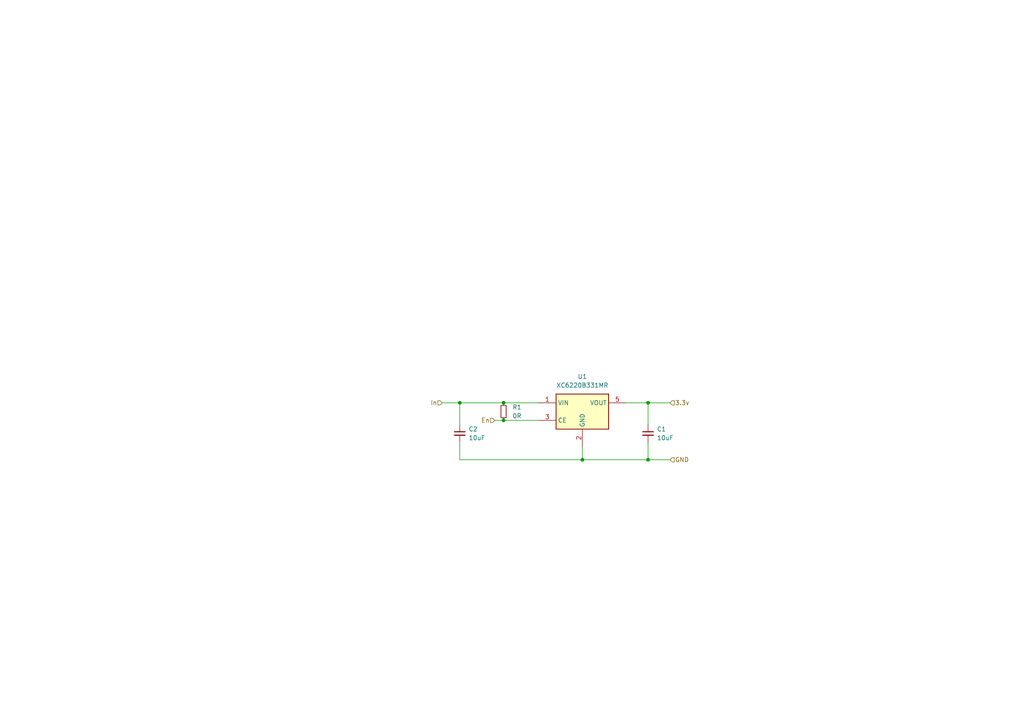
<source format=kicad_sch>
(kicad_sch (version 20230121) (generator eeschema)
  (paper "A4")
  (lib_symbols
    (symbol "Device:C_Small" (pin_numbers hide) (pin_names (offset 0.254) hide)
      (property "Reference" "C" (at 0.254 1.778 0))
      (property "Value" "C_Small" (at 0.254 -2.032 0))
      (symbol "C_Small_0_1"
        (polyline (pts (xy -1.524 -0.508) (xy 1.524 -0.508)) (stroke (width 0.3302)))
        (polyline (pts (xy -1.524 0.508) (xy 1.524 0.508)) (stroke (width 0.3048)))
      )
      (symbol "C_Small_1_1"
        (pin passive line (at 0 2.54 270) (length 2.032) (name "~") (number "1"))
        (pin passive line (at 0 -2.54 90) (length 2.032) (name "~") (number "2"))
      )
    )
    (symbol "Device:R_Small" (pin_numbers hide) (pin_names (offset 0.254) hide)
      (property "Reference" "R" (at 0.762 0.508 0))
      (property "Value" "R_Small" (at 0.762 -1.016 0))
      (symbol "R_Small_0_1"
        (rectangle (start -0.762 1.778) (end 0.762 -1.778) (stroke (width 0.2032)))
      )
      (symbol "R_Small_1_1"
        (pin passive line (at 0 2.54 270) (length 0.762) (name "~") (number "1"))
        (pin passive line (at 0 -2.54 90) (length 0.762) (name "~") (number "2"))
      )
    )
    (symbol "Regulator_Linear:XC6220B331MR"
      (property "Reference" "U" (at 0 8.89 0))
      (property "Value" "XC6220B331MR" (at 0 6.35 0))
      (symbol "XC6220B331MR_0_1"
        (rectangle (start -7.62 5.08) (end 7.62 -5.08) (stroke (width 0.254)) (fill (type background)))
      )
      (symbol "XC6220B331MR_1_1"
        (pin power_in line (at -12.7 2.54 0) (length 5.08) (name "VIN") (number "1"))
        (pin power_in line (at 0 -10.16 90) (length 5.08) (name "GND") (number "2"))
        (pin input line (at -12.7 -2.54 0) (length 5.08) (name "CE") (number "3"))
        (pin no_connect line (at 7.62 -2.54 180) (length 5.08) hide (name "NC") (number "4"))
        (pin power_out line (at 12.7 2.54 180) (length 5.08) (name "VOUT") (number "5"))
      )
    )
  )
  (junction (at 133.35 116.84))
  (junction (at 146.05 116.84))
  (junction (at 168.91 133.35))
  (junction (at 187.96 133.35))
  (junction (at 187.96 116.84))
  (junction (at 146.05 121.92))
  (wire (pts (xy 146.05 121.92) (xy 156.21 121.92)))
  (wire (pts (xy 194.31 133.35) (xy 187.96 133.35)))
  (wire (pts (xy 143.51 121.92) (xy 146.05 121.92)))
  (wire (pts (xy 146.05 116.84) (xy 156.21 116.84)))
  (wire (pts (xy 168.91 133.35) (xy 168.91 129.54)))
  (wire (pts (xy 133.35 116.84) (xy 133.35 123.19)))
  (wire (pts (xy 128.27 116.84) (xy 133.35 116.84)))
  (wire (pts (xy 133.35 133.35) (xy 168.91 133.35)))
  (wire (pts (xy 187.96 116.84) (xy 194.31 116.84)))
  (wire (pts (xy 187.96 116.84) (xy 187.96 123.19)))
  (wire (pts (xy 187.96 133.35) (xy 168.91 133.35)))
  (wire (pts (xy 133.35 116.84) (xy 146.05 116.84)))
  (wire (pts (xy 181.61 116.84) (xy 187.96 116.84)))
  (wire (pts (xy 133.35 128.27) (xy 133.35 133.35)))
  (wire (pts (xy 187.96 128.27) (xy 187.96 133.35)))
  (hierarchical_label "GND" (shape input) (at 194.31 133.35 0))
  (hierarchical_label "En" (shape input) (at 143.51 121.92 180))
  (hierarchical_label "3.3v" (shape input) (at 194.31 116.84 0))
  (hierarchical_label "In" (shape input) (at 128.27 116.84 180))
  (symbol (lib_id "Device:R_Small") (at 146.05 119.38 0) (unit 1)
    (property "Reference" "R1" (at 148.59 118.11 0) (effects (justify left)))
    (property "Value" "0R" (at 148.59 120.65 0) (effects (justify left)))
    (property "Footprint" "Resistor_SMD:R_0402_1005Metric" (effects hide))
  )
  (symbol (lib_id "Device:C_Small") (at 187.96 125.73 0) (unit 1)
    (property "Reference" "C1" (at 190.5 124.4663 0) (effects (justify left)))
    (property "Value" "10uF" (at 190.5 127.0063 0) (effects (justify left)))
    (property "Footprint" "Capacitor_SMD:C_0603_1608Metric" (effects hide))
  )
  (symbol (lib_id "Regulator_Linear:XC6220B331MR") (at 168.91 119.38 0) (unit 1)
    (property "Reference" "U1" (at 168.91 109.22 0))
    (property "Value" "XC6220B331MR" (at 168.91 111.76 0))
    (property "Footprint" "Package_TO_SOT_SMD:SOT-23-5" (effects hide))
    (property "Datasheet" "https://www.torexsemi.com/file/xc6220/XC6220.pdf" (effects hide))
  )
  (symbol (lib_id "Device:C_Small") (at 133.35 125.73 0) (unit 1)
    (property "Reference" "C2" (at 135.89 124.4663 0) (effects (justify left)))
    (property "Value" "10uF" (at 135.89 127.0063 0) (effects (justify left)))
    (property "Footprint" "Capacitor_SMD:C_0603_1608Metric" (effects hide))
  )
)
</source>
